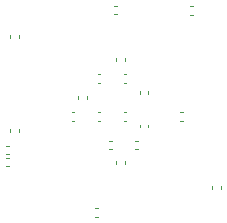
<source format=gbo>
G04 #@! TF.GenerationSoftware,KiCad,Pcbnew,(5.1.9)-1*
G04 #@! TF.CreationDate,2022-04-01T17:50:07-04:00*
G04 #@! TF.ProjectId,MC-DSP,4d432d44-5350-42e6-9b69-6361645f7063,rev?*
G04 #@! TF.SameCoordinates,Original*
G04 #@! TF.FileFunction,Legend,Bot*
G04 #@! TF.FilePolarity,Positive*
%FSLAX46Y46*%
G04 Gerber Fmt 4.6, Leading zero omitted, Abs format (unit mm)*
G04 Created by KiCad (PCBNEW (5.1.9)-1) date 2022-04-01 17:50:07*
%MOMM*%
%LPD*%
G01*
G04 APERTURE LIST*
%ADD10C,0.120000*%
G04 APERTURE END LIST*
D10*
X169915835Y-60810000D02*
X169684165Y-60810000D01*
X169915835Y-60090000D02*
X169684165Y-60090000D01*
X171590000Y-75515835D02*
X171590000Y-75284165D01*
X172310000Y-75515835D02*
X172310000Y-75284165D01*
X161684165Y-77190000D02*
X161915835Y-77190000D01*
X161684165Y-77910000D02*
X161915835Y-77910000D01*
X165315835Y-72160000D02*
X165084165Y-72160000D01*
X165315835Y-71440000D02*
X165084165Y-71440000D01*
X163515835Y-60760000D02*
X163284165Y-60760000D01*
X163515835Y-60040000D02*
X163284165Y-60040000D01*
X164160000Y-64484165D02*
X164160000Y-64715835D01*
X163440000Y-64484165D02*
X163440000Y-64715835D01*
X155210000Y-62484165D02*
X155210000Y-62715835D01*
X154490000Y-62484165D02*
X154490000Y-62715835D01*
X160240000Y-67915835D02*
X160240000Y-67684165D01*
X160960000Y-67915835D02*
X160960000Y-67684165D01*
X163115835Y-72160000D02*
X162884165Y-72160000D01*
X163115835Y-71440000D02*
X162884165Y-71440000D01*
X154490000Y-70715835D02*
X154490000Y-70484165D01*
X155210000Y-70715835D02*
X155210000Y-70484165D01*
X162115835Y-69760000D02*
X161884165Y-69760000D01*
X162115835Y-69040000D02*
X161884165Y-69040000D01*
X169115835Y-69760000D02*
X168884165Y-69760000D01*
X169115835Y-69040000D02*
X168884165Y-69040000D01*
X164084165Y-69040000D02*
X164315835Y-69040000D01*
X164084165Y-69760000D02*
X164315835Y-69760000D01*
X154134165Y-71890000D02*
X154365835Y-71890000D01*
X154134165Y-72610000D02*
X154365835Y-72610000D01*
X154134165Y-72890000D02*
X154365835Y-72890000D01*
X154134165Y-73610000D02*
X154365835Y-73610000D01*
X166160000Y-70084165D02*
X166160000Y-70315835D01*
X165440000Y-70084165D02*
X165440000Y-70315835D01*
X161884165Y-65840000D02*
X162115835Y-65840000D01*
X161884165Y-66560000D02*
X162115835Y-66560000D01*
X164084165Y-65840000D02*
X164315835Y-65840000D01*
X164084165Y-66560000D02*
X164315835Y-66560000D01*
X166160000Y-67284165D02*
X166160000Y-67515835D01*
X165440000Y-67284165D02*
X165440000Y-67515835D01*
X159684165Y-69040000D02*
X159915835Y-69040000D01*
X159684165Y-69760000D02*
X159915835Y-69760000D01*
X163440000Y-73415835D02*
X163440000Y-73184165D01*
X164160000Y-73415835D02*
X164160000Y-73184165D01*
M02*

</source>
